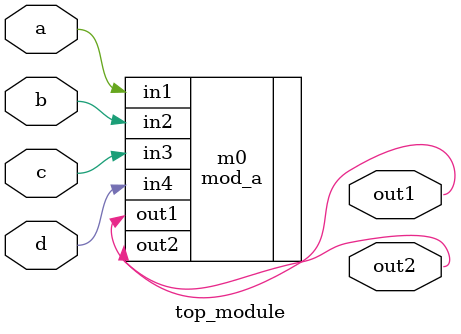
<source format=v>
module top_module ( 
    input a, 
    input b, 
    input c,
    input d,
    output out1,
    output out2
);
mod_a m0( .out1(out1), .out2(out2), .in1(a), .in2(b), .in3(c), .in4(d) );
endmodule
</source>
